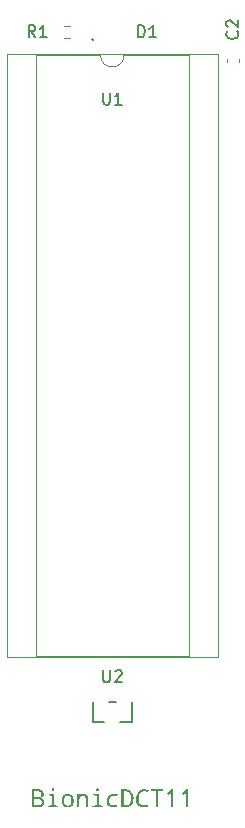
<source format=gbr>
G04 #@! TF.GenerationSoftware,KiCad,Pcbnew,9.0.6-9.0.6~ubuntu25.10.1*
G04 #@! TF.CreationDate,2025-12-24T13:55:13+09:00*
G04 #@! TF.ProjectId,bionic-dct11,62696f6e-6963-42d6-9463-7431312e6b69,1*
G04 #@! TF.SameCoordinates,Original*
G04 #@! TF.FileFunction,Legend,Top*
G04 #@! TF.FilePolarity,Positive*
%FSLAX46Y46*%
G04 Gerber Fmt 4.6, Leading zero omitted, Abs format (unit mm)*
G04 Created by KiCad (PCBNEW 9.0.6-9.0.6~ubuntu25.10.1) date 2025-12-24 13:55:13*
%MOMM*%
%LPD*%
G01*
G04 APERTURE LIST*
%ADD10C,0.150000*%
%ADD11C,0.120000*%
%ADD12C,0.152400*%
G04 APERTURE END LIST*
D10*
G36*
X107511372Y-135930957D02*
G01*
X107623784Y-135949966D01*
X107709176Y-135978097D01*
X107772959Y-136013448D01*
X107826624Y-136062979D01*
X107865690Y-136125540D01*
X107890553Y-136203979D01*
X107899538Y-136302509D01*
X107890191Y-136386661D01*
X107863332Y-136458404D01*
X107819030Y-136520496D01*
X107760559Y-136569933D01*
X107688969Y-136605161D01*
X107601318Y-136625917D01*
X107601318Y-136636175D01*
X107713579Y-136664284D01*
X107798032Y-136704758D01*
X107860365Y-136756106D01*
X107904417Y-136818717D01*
X107931762Y-136894817D01*
X107941487Y-136988160D01*
X107932632Y-137088321D01*
X107907490Y-137173279D01*
X107867061Y-137245916D01*
X107810786Y-137308270D01*
X107742688Y-137357334D01*
X107662328Y-137393492D01*
X107567350Y-137416373D01*
X107454772Y-137424500D01*
X106914751Y-137424500D01*
X106914751Y-137261559D01*
X107106360Y-137261559D01*
X107420975Y-137261559D01*
X107527040Y-137252123D01*
X107605611Y-137226830D01*
X107663203Y-137188364D01*
X107704184Y-137136684D01*
X107730147Y-137069043D01*
X107739620Y-136980466D01*
X107730320Y-136900542D01*
X107704539Y-136838595D01*
X107663079Y-136790312D01*
X107603556Y-136753629D01*
X107520816Y-136729119D01*
X107407603Y-136719889D01*
X107106360Y-136719889D01*
X107106360Y-137261559D01*
X106914751Y-137261559D01*
X106914751Y-136556949D01*
X107106360Y-136556949D01*
X107397436Y-136556949D01*
X107503179Y-136549385D01*
X107578352Y-136529652D01*
X107630535Y-136500895D01*
X107669507Y-136458117D01*
X107694505Y-136398221D01*
X107703808Y-136315240D01*
X107694100Y-136237708D01*
X107667658Y-136181028D01*
X107625406Y-136139843D01*
X107570166Y-136112816D01*
X107490034Y-136094044D01*
X107376920Y-136086812D01*
X107106360Y-136086812D01*
X107106360Y-136556949D01*
X106914751Y-136556949D01*
X106914751Y-135923871D01*
X107365654Y-135923871D01*
X107511372Y-135930957D01*
G37*
G36*
X108683924Y-135835944D02*
G01*
X108732617Y-135843664D01*
X108764753Y-135864434D01*
X108784881Y-135898856D01*
X108792551Y-135952631D01*
X108783787Y-136006334D01*
X108760219Y-136041291D01*
X108725093Y-136063110D01*
X108683924Y-136070417D01*
X108634780Y-136062625D01*
X108602347Y-136041660D01*
X108582032Y-136006914D01*
X108574290Y-135952631D01*
X108581999Y-135898950D01*
X108602262Y-135864522D01*
X108634689Y-135843697D01*
X108683924Y-135835944D01*
G37*
G36*
X108589585Y-136445574D02*
G01*
X108313988Y-136424233D01*
X108313988Y-136299028D01*
X108776156Y-136299028D01*
X108776156Y-137277954D01*
X109136842Y-137298470D01*
X109136842Y-137424500D01*
X108237143Y-137424500D01*
X108237143Y-137298470D01*
X108589585Y-137277954D01*
X108589585Y-136445574D01*
G37*
G36*
X110034020Y-136291777D02*
G01*
X110129591Y-136321647D01*
X110214708Y-136370695D01*
X110291164Y-136440353D01*
X110351745Y-136523333D01*
X110396010Y-136619595D01*
X110423788Y-136731641D01*
X110433588Y-136862680D01*
X110423767Y-136998302D01*
X110396125Y-137112635D01*
X110352448Y-137209297D01*
X110293179Y-137291143D01*
X110217937Y-137359204D01*
X110132087Y-137407664D01*
X110033523Y-137437517D01*
X109919213Y-137447947D01*
X109811648Y-137437632D01*
X109716644Y-137407756D01*
X109631629Y-137358580D01*
X109554864Y-137288578D01*
X109494167Y-137205290D01*
X109449752Y-137108379D01*
X109421840Y-136995273D01*
X109411981Y-136862680D01*
X109604597Y-136862680D01*
X109613231Y-136992761D01*
X109636420Y-137091817D01*
X109671139Y-137166285D01*
X109715969Y-137221293D01*
X109771281Y-137260274D01*
X109839187Y-137284571D01*
X109923243Y-137293250D01*
X110006967Y-137284585D01*
X110074629Y-137260323D01*
X110129766Y-137221383D01*
X110174476Y-137166403D01*
X110209118Y-137091937D01*
X110232262Y-136992845D01*
X110240881Y-136862680D01*
X110232269Y-136734148D01*
X110209120Y-136636160D01*
X110174420Y-136562379D01*
X110129536Y-136507774D01*
X110074051Y-136469002D01*
X110005810Y-136444796D01*
X109921228Y-136436140D01*
X109837641Y-136444752D01*
X109770135Y-136468855D01*
X109715173Y-136507508D01*
X109670648Y-136562029D01*
X109636180Y-136635803D01*
X109613165Y-136733897D01*
X109604597Y-136862680D01*
X109411981Y-136862680D01*
X109421699Y-136727982D01*
X109449045Y-136614445D01*
X109492242Y-136518476D01*
X109550834Y-136437239D01*
X109625299Y-136369805D01*
X109710912Y-136321643D01*
X109809875Y-136291874D01*
X109925349Y-136281443D01*
X110034020Y-136291777D01*
G37*
G36*
X111461790Y-137424500D02*
G01*
X111461790Y-136701846D01*
X111453754Y-136614143D01*
X111432142Y-136548869D01*
X111399088Y-136500713D01*
X111354364Y-136466199D01*
X111295435Y-136444198D01*
X111217883Y-136436140D01*
X111134018Y-136444532D01*
X111066579Y-136467944D01*
X111011988Y-136505290D01*
X110968041Y-136557628D01*
X110934210Y-136628009D01*
X110911713Y-136721116D01*
X110903359Y-136842896D01*
X110903359Y-137424500D01*
X110716879Y-137424500D01*
X110716879Y-136299028D01*
X110867547Y-136299028D01*
X110895207Y-136453543D01*
X110905465Y-136453543D01*
X110952242Y-136392377D01*
X111008399Y-136345230D01*
X111075154Y-136310826D01*
X111154626Y-136289147D01*
X111249665Y-136281443D01*
X111361829Y-136290951D01*
X111449950Y-136317033D01*
X111519072Y-136357486D01*
X111572778Y-136412227D01*
X111612797Y-136483294D01*
X111638765Y-136574575D01*
X111648269Y-136691405D01*
X111648269Y-137424500D01*
X111461790Y-137424500D01*
G37*
G36*
X112460407Y-135835944D02*
G01*
X112509100Y-135843664D01*
X112541235Y-135864434D01*
X112561364Y-135898856D01*
X112569034Y-135952631D01*
X112560270Y-136006334D01*
X112536702Y-136041291D01*
X112501576Y-136063110D01*
X112460407Y-136070417D01*
X112411263Y-136062625D01*
X112378830Y-136041660D01*
X112358515Y-136006914D01*
X112350772Y-135952631D01*
X112358482Y-135898950D01*
X112378745Y-135864522D01*
X112411172Y-135843697D01*
X112460407Y-135835944D01*
G37*
G36*
X112366068Y-136445574D02*
G01*
X112090471Y-136424233D01*
X112090471Y-136299028D01*
X112552639Y-136299028D01*
X112552639Y-137277954D01*
X112913325Y-137298470D01*
X112913325Y-137424500D01*
X112013626Y-137424500D01*
X112013626Y-137298470D01*
X112366068Y-137277954D01*
X112366068Y-136445574D01*
G37*
G36*
X114157773Y-136341893D02*
G01*
X114094208Y-136503826D01*
X113990147Y-136469363D01*
X113899262Y-136450314D01*
X113819618Y-136444383D01*
X113714632Y-136453824D01*
X113631481Y-136479870D01*
X113565541Y-136520656D01*
X113513662Y-136576524D01*
X113474548Y-136649962D01*
X113448938Y-136745295D01*
X113439515Y-136868267D01*
X113448729Y-136989439D01*
X113473754Y-137083283D01*
X113511932Y-137155479D01*
X113562494Y-137210313D01*
X113626657Y-137250281D01*
X113707453Y-137275773D01*
X113809360Y-137285006D01*
X113915542Y-137278181D01*
X114024883Y-137257300D01*
X114138264Y-137221442D01*
X114138264Y-137385390D01*
X114044665Y-137418837D01*
X113933360Y-137440282D01*
X113801117Y-137447947D01*
X113670303Y-137437556D01*
X113560995Y-137408347D01*
X113469291Y-137362077D01*
X113392255Y-137298837D01*
X113331222Y-137220413D01*
X113286005Y-137125374D01*
X113257151Y-137010309D01*
X113246808Y-136870831D01*
X113253700Y-136753118D01*
X113273107Y-136652757D01*
X113303587Y-136567178D01*
X113344364Y-136494199D01*
X113395369Y-136432110D01*
X113473900Y-136368306D01*
X113567574Y-136321538D01*
X113679431Y-136291971D01*
X113813482Y-136281443D01*
X113933931Y-136288292D01*
X114048392Y-136308512D01*
X114157773Y-136341893D01*
G37*
G36*
X114948937Y-135932523D02*
G01*
X115062529Y-135957146D01*
X115161538Y-135996384D01*
X115248111Y-136049793D01*
X115323819Y-136117861D01*
X115386345Y-136197620D01*
X115436107Y-136289632D01*
X115473079Y-136395722D01*
X115496461Y-136518207D01*
X115504711Y-136659806D01*
X115496018Y-136811314D01*
X115471516Y-136940890D01*
X115433010Y-137051722D01*
X115381501Y-137146536D01*
X115317132Y-137227487D01*
X115239115Y-137295808D01*
X115148263Y-137349939D01*
X115042630Y-137390092D01*
X114919639Y-137415508D01*
X114776196Y-137424500D01*
X114467717Y-137424500D01*
X114467717Y-137261559D01*
X114659325Y-137261559D01*
X114757694Y-137261559D01*
X114891994Y-137251211D01*
X115001289Y-137222484D01*
X115090299Y-137177613D01*
X115162609Y-137117039D01*
X115220369Y-137039377D01*
X115264073Y-136941559D01*
X115292503Y-136819120D01*
X115302844Y-136666492D01*
X115293028Y-136516153D01*
X115266112Y-136396029D01*
X115224913Y-136300570D01*
X115170777Y-136225267D01*
X115103457Y-136166937D01*
X115021136Y-136123997D01*
X114920621Y-136096639D01*
X114797628Y-136086812D01*
X114659325Y-136086812D01*
X114659325Y-137261559D01*
X114467717Y-137261559D01*
X114467717Y-135923871D01*
X114818144Y-135923871D01*
X114948937Y-135932523D01*
G37*
G36*
X116740000Y-137220435D02*
G01*
X116740000Y-137387222D01*
X116638473Y-137419595D01*
X116517338Y-137440467D01*
X116373177Y-137447947D01*
X116246137Y-137438991D01*
X116136675Y-137413556D01*
X116041969Y-137373031D01*
X115959759Y-137317736D01*
X115888477Y-137246904D01*
X115831319Y-137165494D01*
X115785164Y-137070054D01*
X115750446Y-136958406D01*
X115728280Y-136827914D01*
X115720408Y-136675559D01*
X115728681Y-136531450D01*
X115752229Y-136405495D01*
X115789631Y-136295197D01*
X115840150Y-136198421D01*
X115903773Y-136113465D01*
X115981342Y-136039814D01*
X116068595Y-135982674D01*
X116166887Y-135941137D01*
X116278166Y-135915304D01*
X116404868Y-135906286D01*
X116553008Y-135916707D01*
X116682870Y-135946523D01*
X116797336Y-135994397D01*
X116717377Y-136154223D01*
X116610049Y-136109006D01*
X116506316Y-136082879D01*
X116404868Y-136074356D01*
X116298008Y-136084987D01*
X116205631Y-136115552D01*
X116124749Y-136165619D01*
X116053433Y-136236838D01*
X115998420Y-136320733D01*
X115957538Y-136420036D01*
X115931532Y-136537646D01*
X115922275Y-136677116D01*
X115931336Y-136826561D01*
X115956325Y-136948055D01*
X115994728Y-137046411D01*
X116045190Y-137125638D01*
X116112056Y-137191775D01*
X116192284Y-137239422D01*
X116288594Y-137269268D01*
X116404959Y-137279877D01*
X116493118Y-137274285D01*
X116603387Y-137255566D01*
X116740000Y-137220435D01*
G37*
G36*
X117571555Y-137424500D02*
G01*
X117379946Y-137424500D01*
X117379946Y-136091941D01*
X116951575Y-136091941D01*
X116951575Y-135923871D01*
X117998827Y-135923871D01*
X117998827Y-136091941D01*
X117571555Y-136091941D01*
X117571555Y-137424500D01*
G37*
G36*
X118882589Y-137424500D02*
G01*
X118702247Y-137424500D01*
X118702247Y-136487614D01*
X118710490Y-136117129D01*
X118586476Y-136233266D01*
X118435808Y-136357647D01*
X118336432Y-136231251D01*
X118728900Y-135923871D01*
X118882589Y-135923871D01*
X118882589Y-137424500D01*
G37*
G36*
X120141417Y-137424500D02*
G01*
X119961074Y-137424500D01*
X119961074Y-136487614D01*
X119969317Y-136117129D01*
X119845303Y-136233266D01*
X119694636Y-136357647D01*
X119595260Y-136231251D01*
X119987727Y-135923871D01*
X120141417Y-135923871D01*
X120141417Y-137424500D01*
G37*
X112938095Y-76947819D02*
X112938095Y-77757342D01*
X112938095Y-77757342D02*
X112985714Y-77852580D01*
X112985714Y-77852580D02*
X113033333Y-77900200D01*
X113033333Y-77900200D02*
X113128571Y-77947819D01*
X113128571Y-77947819D02*
X113319047Y-77947819D01*
X113319047Y-77947819D02*
X113414285Y-77900200D01*
X113414285Y-77900200D02*
X113461904Y-77852580D01*
X113461904Y-77852580D02*
X113509523Y-77757342D01*
X113509523Y-77757342D02*
X113509523Y-76947819D01*
X114509523Y-77947819D02*
X113938095Y-77947819D01*
X114223809Y-77947819D02*
X114223809Y-76947819D01*
X114223809Y-76947819D02*
X114128571Y-77090676D01*
X114128571Y-77090676D02*
X114033333Y-77185914D01*
X114033333Y-77185914D02*
X113938095Y-77233533D01*
X124270380Y-71743666D02*
X124318000Y-71791285D01*
X124318000Y-71791285D02*
X124365619Y-71934142D01*
X124365619Y-71934142D02*
X124365619Y-72029380D01*
X124365619Y-72029380D02*
X124318000Y-72172237D01*
X124318000Y-72172237D02*
X124222761Y-72267475D01*
X124222761Y-72267475D02*
X124127523Y-72315094D01*
X124127523Y-72315094D02*
X123937047Y-72362713D01*
X123937047Y-72362713D02*
X123794190Y-72362713D01*
X123794190Y-72362713D02*
X123603714Y-72315094D01*
X123603714Y-72315094D02*
X123508476Y-72267475D01*
X123508476Y-72267475D02*
X123413238Y-72172237D01*
X123413238Y-72172237D02*
X123365619Y-72029380D01*
X123365619Y-72029380D02*
X123365619Y-71934142D01*
X123365619Y-71934142D02*
X123413238Y-71791285D01*
X123413238Y-71791285D02*
X123460857Y-71743666D01*
X123460857Y-71362713D02*
X123413238Y-71315094D01*
X123413238Y-71315094D02*
X123365619Y-71219856D01*
X123365619Y-71219856D02*
X123365619Y-70981761D01*
X123365619Y-70981761D02*
X123413238Y-70886523D01*
X123413238Y-70886523D02*
X123460857Y-70838904D01*
X123460857Y-70838904D02*
X123556095Y-70791285D01*
X123556095Y-70791285D02*
X123651333Y-70791285D01*
X123651333Y-70791285D02*
X123794190Y-70838904D01*
X123794190Y-70838904D02*
X124365619Y-71410332D01*
X124365619Y-71410332D02*
X124365619Y-70791285D01*
X107183333Y-72232819D02*
X106850000Y-71756628D01*
X106611905Y-72232819D02*
X106611905Y-71232819D01*
X106611905Y-71232819D02*
X106992857Y-71232819D01*
X106992857Y-71232819D02*
X107088095Y-71280438D01*
X107088095Y-71280438D02*
X107135714Y-71328057D01*
X107135714Y-71328057D02*
X107183333Y-71423295D01*
X107183333Y-71423295D02*
X107183333Y-71566152D01*
X107183333Y-71566152D02*
X107135714Y-71661390D01*
X107135714Y-71661390D02*
X107088095Y-71709009D01*
X107088095Y-71709009D02*
X106992857Y-71756628D01*
X106992857Y-71756628D02*
X106611905Y-71756628D01*
X108135714Y-72232819D02*
X107564286Y-72232819D01*
X107850000Y-72232819D02*
X107850000Y-71232819D01*
X107850000Y-71232819D02*
X107754762Y-71375676D01*
X107754762Y-71375676D02*
X107659524Y-71470914D01*
X107659524Y-71470914D02*
X107564286Y-71518533D01*
X112938095Y-125842819D02*
X112938095Y-126652342D01*
X112938095Y-126652342D02*
X112985714Y-126747580D01*
X112985714Y-126747580D02*
X113033333Y-126795200D01*
X113033333Y-126795200D02*
X113128571Y-126842819D01*
X113128571Y-126842819D02*
X113319047Y-126842819D01*
X113319047Y-126842819D02*
X113414285Y-126795200D01*
X113414285Y-126795200D02*
X113461904Y-126747580D01*
X113461904Y-126747580D02*
X113509523Y-126652342D01*
X113509523Y-126652342D02*
X113509523Y-125842819D01*
X113938095Y-125938057D02*
X113985714Y-125890438D01*
X113985714Y-125890438D02*
X114080952Y-125842819D01*
X114080952Y-125842819D02*
X114319047Y-125842819D01*
X114319047Y-125842819D02*
X114414285Y-125890438D01*
X114414285Y-125890438D02*
X114461904Y-125938057D01*
X114461904Y-125938057D02*
X114509523Y-126033295D01*
X114509523Y-126033295D02*
X114509523Y-126128533D01*
X114509523Y-126128533D02*
X114461904Y-126271390D01*
X114461904Y-126271390D02*
X113890476Y-126842819D01*
X113890476Y-126842819D02*
X114509523Y-126842819D01*
X115882905Y-72232819D02*
X115882905Y-71232819D01*
X115882905Y-71232819D02*
X116121000Y-71232819D01*
X116121000Y-71232819D02*
X116263857Y-71280438D01*
X116263857Y-71280438D02*
X116359095Y-71375676D01*
X116359095Y-71375676D02*
X116406714Y-71470914D01*
X116406714Y-71470914D02*
X116454333Y-71661390D01*
X116454333Y-71661390D02*
X116454333Y-71804247D01*
X116454333Y-71804247D02*
X116406714Y-71994723D01*
X116406714Y-71994723D02*
X116359095Y-72089961D01*
X116359095Y-72089961D02*
X116263857Y-72185200D01*
X116263857Y-72185200D02*
X116121000Y-72232819D01*
X116121000Y-72232819D02*
X115882905Y-72232819D01*
X117406714Y-72232819D02*
X116835286Y-72232819D01*
X117121000Y-72232819D02*
X117121000Y-71232819D01*
X117121000Y-71232819D02*
X117025762Y-71375676D01*
X117025762Y-71375676D02*
X116930524Y-71470914D01*
X116930524Y-71470914D02*
X116835286Y-71518533D01*
D11*
X104750000Y-73690000D02*
X104750000Y-124730000D01*
X104750000Y-124730000D02*
X122650000Y-124730000D01*
X107240000Y-73750000D02*
X107240000Y-124670000D01*
X107240000Y-124670000D02*
X120160000Y-124670000D01*
X112700000Y-73750000D02*
X107240000Y-73750000D01*
X120160000Y-73750000D02*
X114700000Y-73750000D01*
X120160000Y-124670000D02*
X120160000Y-73750000D01*
X122650000Y-73690000D02*
X104750000Y-73690000D01*
X122650000Y-124730000D02*
X122650000Y-73690000D01*
X114700000Y-73750000D02*
G75*
G02*
X112700000Y-73750000I-1000000J0D01*
G01*
X123400800Y-74363767D02*
X123400800Y-74071233D01*
X124420800Y-74363767D02*
X124420800Y-74071233D01*
X110144724Y-71255500D02*
X109635276Y-71255500D01*
X110144724Y-72300500D02*
X109635276Y-72300500D01*
D12*
X112048000Y-128559000D02*
X112048000Y-130213000D01*
X112048000Y-130213000D02*
X113037060Y-130213000D01*
X113987061Y-128559000D02*
X113412939Y-128559000D01*
X114362940Y-130213000D02*
X115352000Y-130213000D01*
X115352000Y-130213000D02*
X115352000Y-128559000D01*
X112125200Y-72463800D02*
G75*
G02*
X111972800Y-72463800I-76200J0D01*
G01*
X111972800Y-72463800D02*
G75*
G02*
X112125200Y-72463800I76200J0D01*
G01*
M02*

</source>
